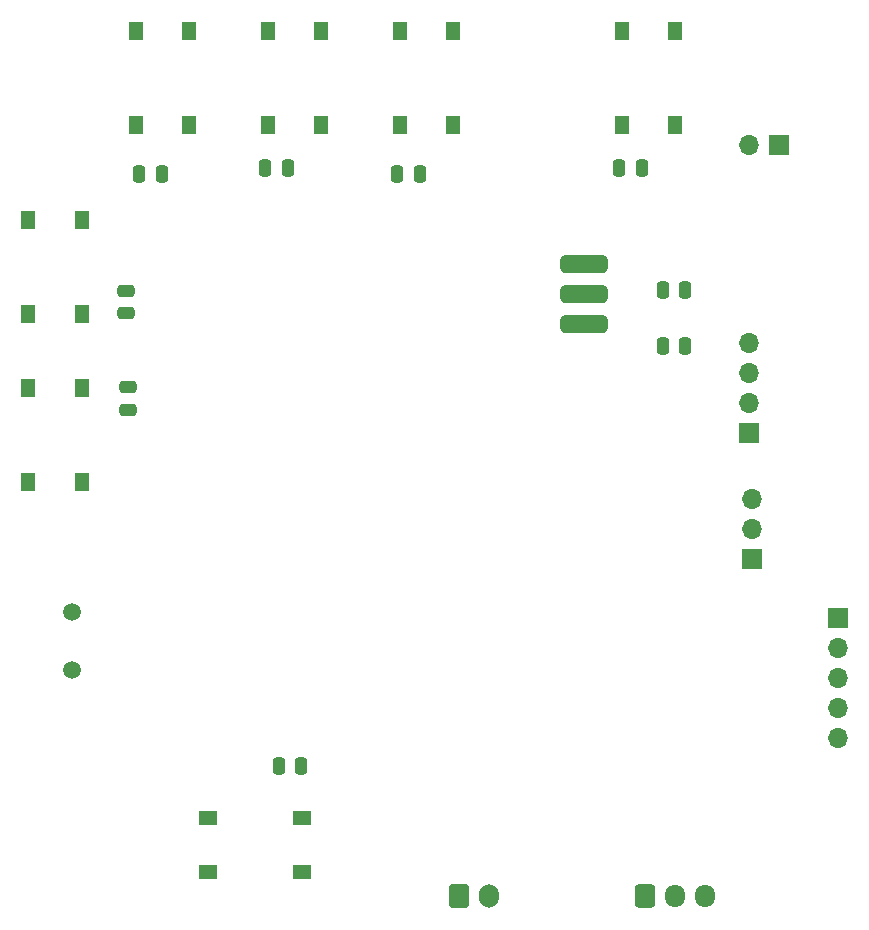
<source format=gbs>
G04 #@! TF.GenerationSoftware,KiCad,Pcbnew,(6.0.1)*
G04 #@! TF.CreationDate,2022-02-13T23:22:14+02:00*
G04 #@! TF.ProjectId,enlarger_timer,656e6c61-7267-4657-925f-74696d65722e,rev?*
G04 #@! TF.SameCoordinates,Original*
G04 #@! TF.FileFunction,Soldermask,Bot*
G04 #@! TF.FilePolarity,Negative*
%FSLAX46Y46*%
G04 Gerber Fmt 4.6, Leading zero omitted, Abs format (unit mm)*
G04 Created by KiCad (PCBNEW (6.0.1)) date 2022-02-13 23:22:14*
%MOMM*%
%LPD*%
G01*
G04 APERTURE LIST*
G04 Aperture macros list*
%AMRoundRect*
0 Rectangle with rounded corners*
0 $1 Rounding radius*
0 $2 $3 $4 $5 $6 $7 $8 $9 X,Y pos of 4 corners*
0 Add a 4 corners polygon primitive as box body*
4,1,4,$2,$3,$4,$5,$6,$7,$8,$9,$2,$3,0*
0 Add four circle primitives for the rounded corners*
1,1,$1+$1,$2,$3*
1,1,$1+$1,$4,$5*
1,1,$1+$1,$6,$7*
1,1,$1+$1,$8,$9*
0 Add four rect primitives between the rounded corners*
20,1,$1+$1,$2,$3,$4,$5,0*
20,1,$1+$1,$4,$5,$6,$7,0*
20,1,$1+$1,$6,$7,$8,$9,0*
20,1,$1+$1,$8,$9,$2,$3,0*%
G04 Aperture macros list end*
%ADD10RoundRect,0.381000X-1.619000X-0.381000X1.619000X-0.381000X1.619000X0.381000X-1.619000X0.381000X0*%
%ADD11R,1.300000X1.550000*%
%ADD12RoundRect,0.250000X-0.475000X0.250000X-0.475000X-0.250000X0.475000X-0.250000X0.475000X0.250000X0*%
%ADD13RoundRect,0.250000X0.475000X-0.250000X0.475000X0.250000X-0.475000X0.250000X-0.475000X-0.250000X0*%
%ADD14R,1.700000X1.700000*%
%ADD15O,1.700000X1.700000*%
%ADD16C,1.500000*%
%ADD17R,1.550000X1.300000*%
%ADD18RoundRect,0.250000X-0.600000X-0.750000X0.600000X-0.750000X0.600000X0.750000X-0.600000X0.750000X0*%
%ADD19O,1.700000X2.000000*%
%ADD20RoundRect,0.250000X-0.600000X-0.725000X0.600000X-0.725000X0.600000X0.725000X-0.600000X0.725000X0*%
%ADD21O,1.700000X1.950000*%
%ADD22RoundRect,0.250000X-0.250000X-0.475000X0.250000X-0.475000X0.250000X0.475000X-0.250000X0.475000X0*%
%ADD23RoundRect,0.250000X0.250000X0.475000X-0.250000X0.475000X-0.250000X-0.475000X0.250000X-0.475000X0*%
G04 APERTURE END LIST*
D10*
X168783000Y-63500000D03*
X168783000Y-68580000D03*
X168783000Y-66040000D03*
D11*
X126252800Y-74025000D03*
X126252800Y-81975000D03*
X121752800Y-81975000D03*
X121752800Y-74025000D03*
X126252800Y-59730000D03*
X126252800Y-67680000D03*
X121752800Y-67680000D03*
X121752800Y-59730000D03*
D12*
X130200400Y-75829200D03*
X130200400Y-73929200D03*
D13*
X129997200Y-67635200D03*
X129997200Y-65735200D03*
D14*
X183054600Y-88443000D03*
D15*
X183054600Y-85903000D03*
X183054600Y-83363000D03*
D14*
X185275000Y-53375000D03*
D15*
X182735000Y-53375000D03*
D16*
X125476000Y-92964000D03*
X125476000Y-97864000D03*
D11*
X153198000Y-51727000D03*
X153198000Y-43777000D03*
X157698000Y-43777000D03*
X157698000Y-51727000D03*
X142022000Y-51727000D03*
X142022000Y-43777000D03*
X146522000Y-43777000D03*
X146522000Y-51727000D03*
X130846000Y-51727000D03*
X130846000Y-43777000D03*
X135346000Y-43777000D03*
X135346000Y-51727000D03*
X171994000Y-51727000D03*
X171994000Y-43777000D03*
X176494000Y-43777000D03*
X176494000Y-51727000D03*
D17*
X144907000Y-114935000D03*
X136957000Y-114935000D03*
X136957000Y-110435000D03*
X144907000Y-110435000D03*
D18*
X158211200Y-117000000D03*
D19*
X160711200Y-117000000D03*
D20*
X174000000Y-117000000D03*
D21*
X176500000Y-117000000D03*
X179000000Y-117000000D03*
D14*
X190303000Y-93477000D03*
D15*
X190303000Y-96017000D03*
X190303000Y-98557000D03*
X190303000Y-101097000D03*
X190303000Y-103637000D03*
D14*
X182745000Y-77807000D03*
D15*
X182745000Y-75267000D03*
X182745000Y-72727000D03*
X182745000Y-70187000D03*
D22*
X152974000Y-55880000D03*
X154874000Y-55880000D03*
X141798000Y-55372000D03*
X143698000Y-55372000D03*
X131130000Y-55880000D03*
X133030000Y-55880000D03*
X171770000Y-55372000D03*
X173670000Y-55372000D03*
D23*
X177378400Y-70408800D03*
X175478400Y-70408800D03*
D22*
X175461000Y-65699400D03*
X177361000Y-65699400D03*
X142966400Y-106019600D03*
X144866400Y-106019600D03*
M02*

</source>
